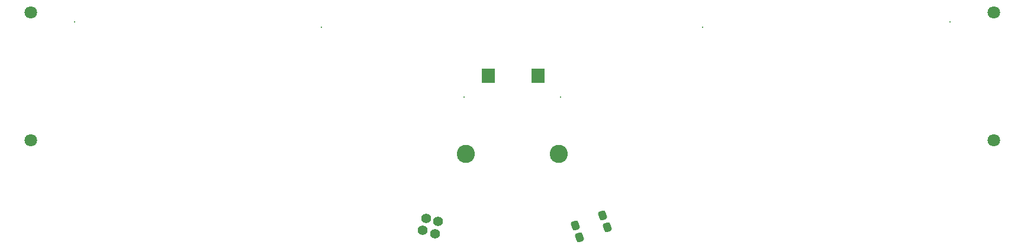
<source format=gts>
G04*
G04 #@! TF.GenerationSoftware,Altium Limited,Altium Designer,19.1.5 (86)*
G04*
G04 Layer_Color=8388736*
%FSLAX24Y24*%
%MOIN*%
G70*
G01*
G75*
%ADD13R,0.0769X0.0789*%
%ADD14C,0.0080*%
%ADD15C,0.0710*%
%ADD16C,0.1025*%
%ADD17C,0.0552*%
G04:AMPARAMS|DCode=18|XSize=51.3mil|YSize=43.4mil|CornerRadius=12.9mil|HoleSize=0mil|Usage=FLASHONLY|Rotation=290.000|XOffset=0mil|YOffset=0mil|HoleType=Round|Shape=RoundedRectangle|*
%AMROUNDEDRECTD18*
21,1,0.0513,0.0177,0,0,290.0*
21,1,0.0256,0.0434,0,0,290.0*
1,1,0.0257,-0.0039,-0.0151*
1,1,0.0257,-0.0127,0.0090*
1,1,0.0257,0.0039,0.0151*
1,1,0.0257,0.0127,-0.0090*
%
%ADD18ROUNDEDRECTD18*%
D13*
X1461Y-1850D02*
D03*
X-1354D02*
D03*
D14*
X24650Y1200D02*
D03*
X10741Y885D02*
D03*
X-10741D02*
D03*
X-24650Y1200D02*
D03*
X-2719Y-3031D02*
D03*
X2719D02*
D03*
D15*
X27118Y-5475D02*
D03*
Y1728D02*
D03*
X-27110D02*
D03*
Y-5475D02*
D03*
D16*
X2616Y-6228D02*
D03*
X-2609D02*
D03*
D17*
X-4163Y-10050D02*
D03*
X-4346Y-10733D02*
D03*
X-5029Y-10550D02*
D03*
X-4846Y-9867D02*
D03*
D18*
X5104Y-9700D02*
D03*
X3550Y-10266D02*
D03*
X5346Y-10366D02*
D03*
X3792Y-10931D02*
D03*
M02*

</source>
